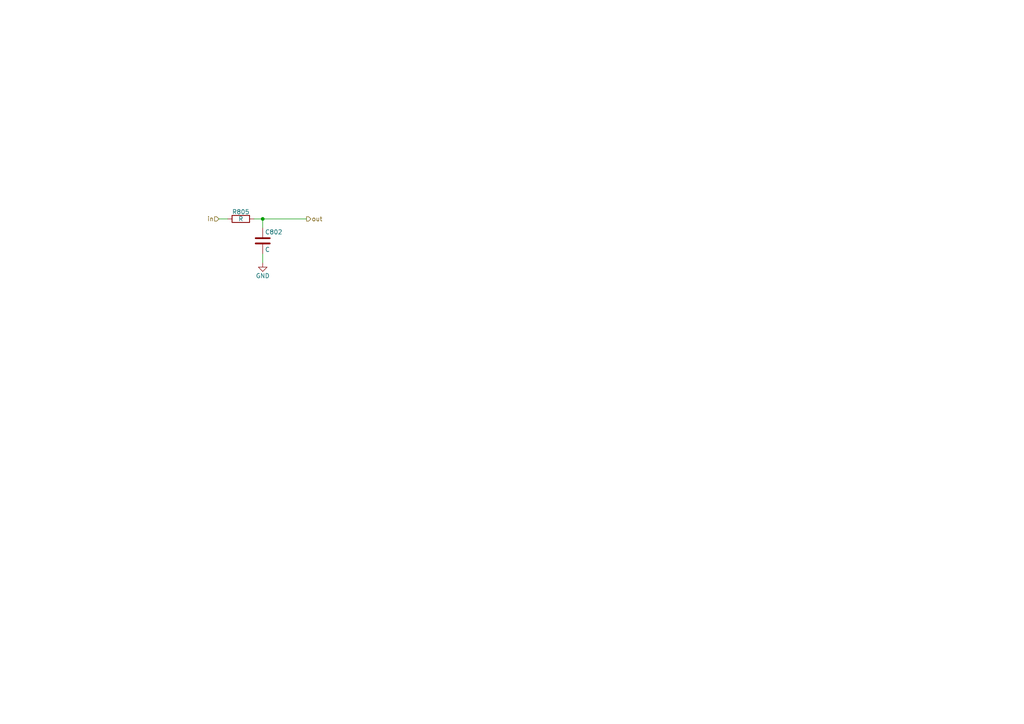
<source format=kicad_sch>
(kicad_sch (version 20231120) (generator "eeschema") (generator_version "8.0")
  (paper "A4")
  (lib_symbols
    (symbol "Device:C" (pin_numbers hide) (pin_names (offset 0.254))
      (property "Reference" "C" (at 0.635 2.54 0))
      (property "Value" "C" (at 0.635 -2.54 0))
      (symbol "C_0_1"
        (polyline (pts (xy -2.032 -0.762) (xy 2.032 -0.762)) (stroke (width 0.508)))
        (polyline (pts (xy -2.032 0.762) (xy 2.032 0.762)) (stroke (width 0.508)))
      )
      (symbol "C_1_1"
        (pin passive line (at 0 3.81 270) (length 2.794) (name "~") (number "1"))
        (pin passive line (at 0 -3.81 90) (length 2.794) (name "~") (number "2"))
      )
    )
    (symbol "Device:R" (pin_numbers hide) (pin_names (offset 0))
      (property "Reference" "R" (at 2.032 0 90))
      (property "Value" "R" (at 0 0 90))
      (symbol "R_0_1"
        (rectangle (start -1.016 -2.54) (end 1.016 2.54) (stroke (width 0.254)))
      )
      (symbol "R_1_1"
        (pin passive line (at 0 3.81 270) (length 1.27) (name "~") (number "1"))
        (pin passive line (at 0 -3.81 90) (length 1.27) (name "~") (number "2"))
      )
    )
    (symbol "power:GND" (power) (pin_names (offset 0))
      (property "Value" "GND" (at 0 -3.81 0))
      (symbol "GND_0_1"
        (polyline (pts (xy 0 0) (xy 0 -1.27) (xy 1.27 -1.27) (xy 0 -2.54) (xy -1.27 -1.27) (xy 0 -1.27)))
      )
      (symbol "GND_1_1"
        (pin power_in line (at 0 0 270) (length 0) hide (name "GND") (number "1"))
      )
    )
  )
  (junction (at 76.2 63.5))
  (wire (pts (xy 76.2 63.5) (xy 76.2 66.04)))
  (wire (pts (xy 76.2 73.66) (xy 76.2 76.2)))
  (wire (pts (xy 76.2 63.5) (xy 88.9 63.5)))
  (wire (pts (xy 63.5 63.5) (xy 66.04 63.5)))
  (wire (pts (xy 73.66 63.5) (xy 76.2 63.5)))
  (hierarchical_label "out" (shape output) (at 88.9 63.5 0))
  (hierarchical_label "in" (shape input) (at 63.5 63.5 180))
  (symbol (lib_id "power:GND") (at 76.2 76.2 0) (unit 1)
    (property "Reference" "#PWR01401" (effects (hide yes)))
    (property "Value" "GND" (at 76.2 80.01 0))
    (property "Description" "Power symbol creates a global label with name \"GND\" , ground" (effects (hide yes)))
    (instances (project "save_restore_source_project" (path "" (reference "#PWR01401") (unit 1)) (path "" (reference "#PWR0804") (unit 1))))
  )
  (symbol (lib_id "Device:C") (at 76.2 69.85 0) (unit 1)
    (property "Reference" "C802" (at 76.835 67.31 0) (effects (justify left)))
    (property "Value" "C" (at 76.835 72.39 0) (effects (justify left)))
    (property "Footprint" "Capacitor_SMD:C_1206_3216Metric" (effects (hide yes)))
    (property "Description" "Unpolarized capacitor" (effects (hide yes)))
    (instances (project "save_restore_source_project" (path "" (reference "C802") (unit 1)) (path "" (reference "C1401") (unit 1))))
  )
  (symbol (lib_id "Device:R") (at 69.85 63.5 90) (unit 1)
    (property "Reference" "R805" (at 69.85 61.468 90))
    (property "Value" "R" (at 69.85 63.5 90))
    (property "Footprint" "Resistor_SMD:R_1206_3216Metric" (effects (hide yes)))
    (property "Description" "Resistor" (effects (hide yes)))
    (instances (project "save_restore_source_project" (path "" (reference "R805") (unit 1)) (path "" (reference "R1401") (unit 1))))
  )
)
</source>
